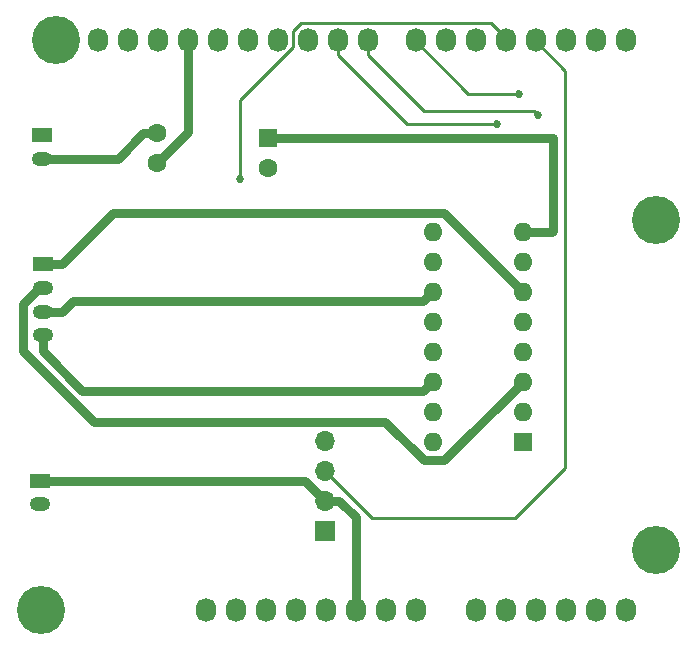
<source format=gbl>
G04 #@! TF.GenerationSoftware,KiCad,Pcbnew,5.0.0-fee4fd1~66~ubuntu18.04.1*
G04 #@! TF.CreationDate,2018-08-21T18:43:40-07:00*
G04 #@! TF.ProjectId,L293D BlueTooth UNO Shield,4C3239334420426C7565546F6F746820,rev?*
G04 #@! TF.SameCoordinates,Original*
G04 #@! TF.FileFunction,Copper,L2,Bot,Signal*
G04 #@! TF.FilePolarity,Positive*
%FSLAX46Y46*%
G04 Gerber Fmt 4.6, Leading zero omitted, Abs format (unit mm)*
G04 Created by KiCad (PCBNEW 5.0.0-fee4fd1~66~ubuntu18.04.1) date Tue Aug 21 18:43:40 2018*
%MOMM*%
%LPD*%
G01*
G04 APERTURE LIST*
G04 #@! TA.AperFunction,ComponentPad*
%ADD10O,1.727200X2.032000*%
G04 #@! TD*
G04 #@! TA.AperFunction,ComponentPad*
%ADD11C,4.064000*%
G04 #@! TD*
G04 #@! TA.AperFunction,ComponentPad*
%ADD12R,1.600000X1.600000*%
G04 #@! TD*
G04 #@! TA.AperFunction,ComponentPad*
%ADD13O,1.600000X1.600000*%
G04 #@! TD*
G04 #@! TA.AperFunction,ComponentPad*
%ADD14C,1.600000*%
G04 #@! TD*
G04 #@! TA.AperFunction,ComponentPad*
%ADD15R,1.700000X1.700000*%
G04 #@! TD*
G04 #@! TA.AperFunction,ComponentPad*
%ADD16O,1.700000X1.700000*%
G04 #@! TD*
G04 #@! TA.AperFunction,ComponentPad*
%ADD17R,1.750000X1.200000*%
G04 #@! TD*
G04 #@! TA.AperFunction,ComponentPad*
%ADD18O,1.750000X1.200000*%
G04 #@! TD*
G04 #@! TA.AperFunction,ViaPad*
%ADD19C,0.685800*%
G04 #@! TD*
G04 #@! TA.AperFunction,Conductor*
%ADD20C,0.762000*%
G04 #@! TD*
G04 #@! TA.AperFunction,Conductor*
%ADD21C,0.254000*%
G04 #@! TD*
G04 APERTURE END LIST*
D10*
G04 #@! TO.P,P1,1*
G04 #@! TO.N,Net-(P1-Pad1)*
X138938000Y-123825000D03*
G04 #@! TO.P,P1,2*
G04 #@! TO.N,Net-(P1-Pad2)*
X141478000Y-123825000D03*
G04 #@! TO.P,P1,3*
G04 #@! TO.N,Net-(P1-Pad3)*
X144018000Y-123825000D03*
G04 #@! TO.P,P1,4*
G04 #@! TO.N,+3V3*
X146558000Y-123825000D03*
G04 #@! TO.P,P1,5*
G04 #@! TO.N,+5V*
X149098000Y-123825000D03*
G04 #@! TO.P,P1,6*
G04 #@! TO.N,GND*
X151638000Y-123825000D03*
G04 #@! TO.P,P1,7*
X154178000Y-123825000D03*
G04 #@! TO.P,P1,8*
G04 #@! TO.N,Net-(P1-Pad8)*
X156718000Y-123825000D03*
G04 #@! TD*
G04 #@! TO.P,P2,1*
G04 #@! TO.N,Net-(P2-Pad1)*
X161798000Y-123825000D03*
G04 #@! TO.P,P2,2*
G04 #@! TO.N,Net-(P2-Pad2)*
X164338000Y-123825000D03*
G04 #@! TO.P,P2,3*
G04 #@! TO.N,Net-(P2-Pad3)*
X166878000Y-123825000D03*
G04 #@! TO.P,P2,4*
G04 #@! TO.N,Net-(P2-Pad4)*
X169418000Y-123825000D03*
G04 #@! TO.P,P2,5*
G04 #@! TO.N,Net-(P2-Pad5)*
X171958000Y-123825000D03*
G04 #@! TO.P,P2,6*
G04 #@! TO.N,Net-(P2-Pad6)*
X174498000Y-123825000D03*
G04 #@! TD*
G04 #@! TO.P,P3,1*
G04 #@! TO.N,Net-(P3-Pad1)*
X129794000Y-75565000D03*
G04 #@! TO.P,P3,2*
G04 #@! TO.N,Net-(P3-Pad2)*
X132334000Y-75565000D03*
G04 #@! TO.P,P3,3*
G04 #@! TO.N,Net-(P3-Pad3)*
X134874000Y-75565000D03*
G04 #@! TO.P,P3,4*
G04 #@! TO.N,GND*
X137414000Y-75565000D03*
G04 #@! TO.P,P3,5*
G04 #@! TO.N,Net-(P3-Pad5)*
X139954000Y-75565000D03*
G04 #@! TO.P,P3,6*
G04 #@! TO.N,Net-(P3-Pad6)*
X142494000Y-75565000D03*
G04 #@! TO.P,P3,7*
G04 #@! TO.N,Net-(P3-Pad7)*
X145034000Y-75565000D03*
G04 #@! TO.P,P3,8*
G04 #@! TO.N,/10(\002A\002A/SS)*
X147574000Y-75565000D03*
G04 #@! TO.P,P3,9*
G04 #@! TO.N,/9(\002A\002A)*
X150114000Y-75565000D03*
G04 #@! TO.P,P3,10*
G04 #@! TO.N,/8*
X152654000Y-75565000D03*
G04 #@! TD*
G04 #@! TO.P,P4,1*
G04 #@! TO.N,/7*
X156718000Y-75565000D03*
G04 #@! TO.P,P4,2*
G04 #@! TO.N,/6(\002A\002A)*
X159258000Y-75565000D03*
G04 #@! TO.P,P4,3*
G04 #@! TO.N,/5(\002A\002A)*
X161798000Y-75565000D03*
G04 #@! TO.P,P4,4*
G04 #@! TO.N,/4*
X164338000Y-75565000D03*
G04 #@! TO.P,P4,5*
G04 #@! TO.N,/3(\002A\002A)*
X166878000Y-75565000D03*
G04 #@! TO.P,P4,6*
G04 #@! TO.N,Net-(P4-Pad6)*
X169418000Y-75565000D03*
G04 #@! TO.P,P4,7*
G04 #@! TO.N,Net-(P4-Pad7)*
X171958000Y-75565000D03*
G04 #@! TO.P,P4,8*
G04 #@! TO.N,Net-(P4-Pad8)*
X174498000Y-75565000D03*
G04 #@! TD*
D11*
G04 #@! TO.P,P5,1*
G04 #@! TO.N,Net-(P5-Pad1)*
X124968000Y-123825000D03*
G04 #@! TD*
G04 #@! TO.P,P6,1*
G04 #@! TO.N,Net-(P6-Pad1)*
X177038000Y-118745000D03*
G04 #@! TD*
G04 #@! TO.P,P7,1*
G04 #@! TO.N,Net-(P7-Pad1)*
X126238000Y-75565000D03*
G04 #@! TD*
G04 #@! TO.P,P8,1*
G04 #@! TO.N,Net-(P8-Pad1)*
X177038000Y-90805000D03*
G04 #@! TD*
D12*
G04 #@! TO.P,U1,1*
G04 #@! TO.N,/9(\002A\002A)*
X165773100Y-109601000D03*
D13*
G04 #@! TO.P,U1,9*
G04 #@! TO.N,/10(\002A\002A/SS)*
X158153100Y-91821000D03*
G04 #@! TO.P,U1,2*
G04 #@! TO.N,/7*
X165773100Y-107061000D03*
G04 #@! TO.P,U1,10*
G04 #@! TO.N,/6(\002A\002A)*
X158153100Y-94361000D03*
G04 #@! TO.P,U1,3*
G04 #@! TO.N,Net-(J3-Pad2)*
X165773100Y-104521000D03*
G04 #@! TO.P,U1,11*
G04 #@! TO.N,Net-(J3-Pad3)*
X158153100Y-96901000D03*
G04 #@! TO.P,U1,4*
G04 #@! TO.N,GND*
X165773100Y-101981000D03*
G04 #@! TO.P,U1,12*
X158153100Y-99441000D03*
G04 #@! TO.P,U1,5*
X165773100Y-99441000D03*
G04 #@! TO.P,U1,13*
X158153100Y-101981000D03*
G04 #@! TO.P,U1,6*
G04 #@! TO.N,Net-(J3-Pad1)*
X165773100Y-96901000D03*
G04 #@! TO.P,U1,14*
G04 #@! TO.N,Net-(J3-Pad4)*
X158153100Y-104521000D03*
G04 #@! TO.P,U1,7*
G04 #@! TO.N,/8*
X165773100Y-94361000D03*
G04 #@! TO.P,U1,15*
G04 #@! TO.N,/5(\002A\002A)*
X158153100Y-107061000D03*
G04 #@! TO.P,U1,8*
G04 #@! TO.N,+6V*
X165773100Y-91821000D03*
G04 #@! TO.P,U1,16*
G04 #@! TO.N,+5V*
X158153100Y-109601000D03*
G04 #@! TD*
D14*
G04 #@! TO.P,C1,1*
G04 #@! TO.N,+6V*
X134785100Y-83489800D03*
G04 #@! TO.P,C1,2*
G04 #@! TO.N,GND*
X134785100Y-85989800D03*
G04 #@! TD*
D12*
G04 #@! TO.P,C2,1*
G04 #@! TO.N,+6V*
X144259300Y-83908900D03*
D14*
G04 #@! TO.P,C2,2*
G04 #@! TO.N,GND*
X144259300Y-86408900D03*
G04 #@! TD*
D15*
G04 #@! TO.P,J1,1*
G04 #@! TO.N,+5V*
X149034500Y-117157500D03*
D16*
G04 #@! TO.P,J1,2*
G04 #@! TO.N,GND*
X149034500Y-114617500D03*
G04 #@! TO.P,J1,3*
G04 #@! TO.N,/3(\002A\002A)*
X149034500Y-112077500D03*
G04 #@! TO.P,J1,4*
G04 #@! TO.N,Net-(J1-Pad4)*
X149034500Y-109537500D03*
G04 #@! TD*
D17*
G04 #@! TO.P,J2,1*
G04 #@! TO.N,GND*
X125056900Y-83642200D03*
D18*
G04 #@! TO.P,J2,2*
G04 #@! TO.N,+6V*
X125056900Y-85642200D03*
G04 #@! TD*
D17*
G04 #@! TO.P,J3,1*
G04 #@! TO.N,Net-(J3-Pad1)*
X125133100Y-94602300D03*
D18*
G04 #@! TO.P,J3,2*
G04 #@! TO.N,Net-(J3-Pad2)*
X125133100Y-96602300D03*
G04 #@! TO.P,J3,3*
G04 #@! TO.N,Net-(J3-Pad3)*
X125133100Y-98602300D03*
G04 #@! TO.P,J3,4*
G04 #@! TO.N,Net-(J3-Pad4)*
X125133100Y-100602300D03*
G04 #@! TD*
D17*
G04 #@! TO.P,D1,1*
G04 #@! TO.N,GND*
X124891800Y-112903000D03*
D18*
G04 #@! TO.P,D1,2*
G04 #@! TO.N,Net-(150R1-Pad2)*
X124891800Y-114903000D03*
G04 #@! TD*
D19*
G04 #@! TO.N,/9(\002A\002A)*
X163614100Y-82677000D03*
G04 #@! TO.N,/8*
X167081101Y-81965701D03*
G04 #@! TO.N,/7*
X165442900Y-80137000D03*
G04 #@! TO.N,/4*
X141865600Y-87363300D03*
G04 #@! TD*
D20*
G04 #@! TO.N,GND*
X151638000Y-116018919D02*
X151638000Y-123825000D01*
X150236581Y-114617500D02*
X151638000Y-116018919D01*
X149034500Y-114617500D02*
X150236581Y-114617500D01*
X137414000Y-83360900D02*
X134785100Y-85989800D01*
X137414000Y-75565000D02*
X137414000Y-83360900D01*
X147320000Y-112903000D02*
X149034500Y-114617500D01*
X124891800Y-112903000D02*
X147320000Y-112903000D01*
D21*
G04 #@! TO.N,/9(\002A\002A)*
X155956000Y-82677000D02*
X163614100Y-82677000D01*
X150114000Y-76835000D02*
X155956000Y-82677000D01*
X150114000Y-75565000D02*
X150114000Y-76835000D01*
G04 #@! TO.N,/8*
X166738202Y-81622802D02*
X167081101Y-81965701D01*
X157441802Y-81622802D02*
X166738202Y-81622802D01*
X152654000Y-76835000D02*
X157441802Y-81622802D01*
X152654000Y-75565000D02*
X152654000Y-76835000D01*
G04 #@! TO.N,/7*
X156718000Y-75717400D02*
X156718000Y-75565000D01*
X161163000Y-80162400D02*
X156718000Y-75717400D01*
X165442900Y-80137000D02*
X161163000Y-80162400D01*
G04 #@! TO.N,/4*
X141865600Y-80645944D02*
X146329390Y-76182154D01*
X141865600Y-87363300D02*
X141865600Y-80645944D01*
X147007686Y-74167990D02*
X146329390Y-74846286D01*
X163093390Y-74167990D02*
X147007686Y-74167990D01*
X164338000Y-75412600D02*
X163093390Y-74167990D01*
X164338000Y-75565000D02*
X164338000Y-75412600D01*
X146329390Y-75819000D02*
X146329390Y-74897066D01*
X146329390Y-74846286D02*
X146329390Y-75819000D01*
X146329390Y-76182154D02*
X146329390Y-75819000D01*
G04 #@! TO.N,/3(\002A\002A)*
X166878000Y-75717400D02*
X166878000Y-75565000D01*
X169367121Y-78206521D02*
X166878000Y-75717400D01*
X169367121Y-111852290D02*
X169367121Y-78206521D01*
X165128710Y-116090700D02*
X169367121Y-111852290D01*
X153047700Y-116090700D02*
X165128710Y-116090700D01*
X149034500Y-112077500D02*
X153047700Y-116090700D01*
D20*
G04 #@! TO.N,+6V*
X165773100Y-91821000D02*
X168300400Y-91821000D01*
X168300400Y-91821000D02*
X168338500Y-91782900D01*
X168338500Y-91782900D02*
X168338500Y-83921600D01*
X168325800Y-83908900D02*
X144259300Y-83908900D01*
X168338500Y-83921600D02*
X168325800Y-83908900D01*
X131501330Y-85642200D02*
X126693900Y-85642200D01*
X126693900Y-85642200D02*
X125056900Y-85642200D01*
X133653730Y-83489800D02*
X131501330Y-85642200D01*
X134785100Y-83489800D02*
X133653730Y-83489800D01*
G04 #@! TO.N,Net-(J3-Pad1)*
X165773100Y-96901000D02*
X159131099Y-90258999D01*
X131113401Y-90258999D02*
X140970000Y-90258999D01*
X126770100Y-94602300D02*
X131113401Y-90258999D01*
X125133100Y-94602300D02*
X126770100Y-94602300D01*
X159131099Y-90258999D02*
X140970000Y-90258999D01*
X140970000Y-90258999D02*
X140550801Y-90258999D01*
G04 #@! TO.N,Net-(J3-Pad2)*
X157403339Y-111163001D02*
X154165837Y-107925499D01*
X165773100Y-104521000D02*
X159131099Y-111163001D01*
X159131099Y-111163001D02*
X157403339Y-111163001D01*
X129477839Y-107925499D02*
X140144500Y-107925499D01*
X123496090Y-101943750D02*
X129477839Y-107925499D01*
X123496090Y-97964310D02*
X123496090Y-101943750D01*
X124858100Y-96602300D02*
X123496090Y-97964310D01*
X125133100Y-96602300D02*
X124858100Y-96602300D01*
X140144500Y-107925499D02*
X139622901Y-107925499D01*
X154165837Y-107925499D02*
X140144500Y-107925499D01*
G04 #@! TO.N,Net-(J3-Pad3)*
X158153100Y-96901000D02*
X157353101Y-97700999D01*
X126770100Y-98602300D02*
X127671401Y-97700999D01*
X125133100Y-98602300D02*
X126770100Y-98602300D01*
X127671401Y-97700999D02*
X140055600Y-97700999D01*
X157353101Y-97700999D02*
X140055600Y-97700999D01*
X140055600Y-97700999D02*
X137020401Y-97700999D01*
G04 #@! TO.N,Net-(J3-Pad4)*
X158153100Y-104521000D02*
X157353101Y-105320999D01*
X125133100Y-101964300D02*
X128489799Y-105320999D01*
X128489799Y-105320999D02*
X142405100Y-105320999D01*
X125133100Y-100602300D02*
X125133100Y-101964300D01*
X157353101Y-105320999D02*
X142405100Y-105320999D01*
X142405100Y-105320999D02*
X140500201Y-105320999D01*
G04 #@! TD*
M02*

</source>
